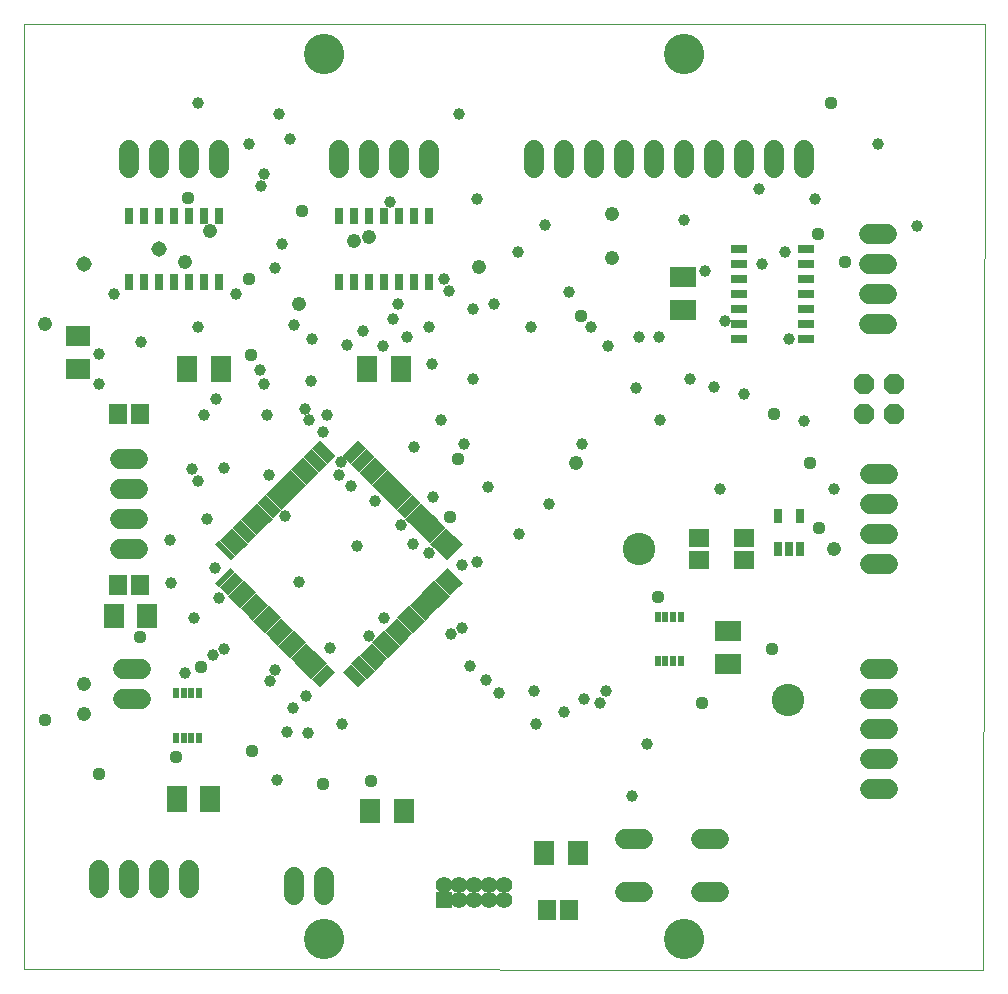
<source format=gts>
G75*
%MOIN*%
%OFA0B0*%
%FSLAX24Y24*%
%IPPOS*%
%LPD*%
%AMOC8*
5,1,8,0,0,1.08239X$1,22.5*
%
%ADD10C,0.0000*%
%ADD11C,0.1340*%
%ADD12C,0.0680*%
%ADD13R,0.0190X0.0740*%
%ADD14R,0.0671X0.0592*%
%ADD15R,0.0552X0.0316*%
%ADD16R,0.0867X0.0710*%
%ADD17R,0.0316X0.0552*%
%ADD18R,0.0710X0.0867*%
%ADD19R,0.0197X0.0364*%
%ADD20R,0.0297X0.0513*%
%ADD21OC8,0.0680*%
%ADD22C,0.1080*%
%ADD23R,0.0556X0.0556*%
%ADD24C,0.0556*%
%ADD25R,0.0710X0.0790*%
%ADD26R,0.0592X0.0671*%
%ADD27R,0.0790X0.0710*%
%ADD28R,0.0592X0.0710*%
%ADD29C,0.0437*%
%ADD30C,0.0390*%
%ADD31C,0.0476*%
%ADD32C,0.0516*%
D10*
X003760Y002393D02*
X003760Y033889D01*
X035780Y033889D01*
X035730Y002343D01*
X003760Y002393D01*
X013130Y003393D02*
X013132Y003443D01*
X013138Y003493D01*
X013148Y003542D01*
X013162Y003590D01*
X013179Y003637D01*
X013200Y003682D01*
X013225Y003726D01*
X013253Y003767D01*
X013285Y003806D01*
X013319Y003843D01*
X013356Y003877D01*
X013396Y003907D01*
X013438Y003934D01*
X013482Y003958D01*
X013528Y003979D01*
X013575Y003995D01*
X013623Y004008D01*
X013673Y004017D01*
X013722Y004022D01*
X013773Y004023D01*
X013823Y004020D01*
X013872Y004013D01*
X013921Y004002D01*
X013969Y003987D01*
X014015Y003969D01*
X014060Y003947D01*
X014103Y003921D01*
X014144Y003892D01*
X014183Y003860D01*
X014219Y003825D01*
X014251Y003787D01*
X014281Y003747D01*
X014308Y003704D01*
X014331Y003660D01*
X014350Y003614D01*
X014366Y003566D01*
X014378Y003517D01*
X014386Y003468D01*
X014390Y003418D01*
X014390Y003368D01*
X014386Y003318D01*
X014378Y003269D01*
X014366Y003220D01*
X014350Y003172D01*
X014331Y003126D01*
X014308Y003082D01*
X014281Y003039D01*
X014251Y002999D01*
X014219Y002961D01*
X014183Y002926D01*
X014144Y002894D01*
X014103Y002865D01*
X014060Y002839D01*
X014015Y002817D01*
X013969Y002799D01*
X013921Y002784D01*
X013872Y002773D01*
X013823Y002766D01*
X013773Y002763D01*
X013722Y002764D01*
X013673Y002769D01*
X013623Y002778D01*
X013575Y002791D01*
X013528Y002807D01*
X013482Y002828D01*
X013438Y002852D01*
X013396Y002879D01*
X013356Y002909D01*
X013319Y002943D01*
X013285Y002980D01*
X013253Y003019D01*
X013225Y003060D01*
X013200Y003104D01*
X013179Y003149D01*
X013162Y003196D01*
X013148Y003244D01*
X013138Y003293D01*
X013132Y003343D01*
X013130Y003393D01*
X025130Y003393D02*
X025132Y003443D01*
X025138Y003493D01*
X025148Y003542D01*
X025162Y003590D01*
X025179Y003637D01*
X025200Y003682D01*
X025225Y003726D01*
X025253Y003767D01*
X025285Y003806D01*
X025319Y003843D01*
X025356Y003877D01*
X025396Y003907D01*
X025438Y003934D01*
X025482Y003958D01*
X025528Y003979D01*
X025575Y003995D01*
X025623Y004008D01*
X025673Y004017D01*
X025722Y004022D01*
X025773Y004023D01*
X025823Y004020D01*
X025872Y004013D01*
X025921Y004002D01*
X025969Y003987D01*
X026015Y003969D01*
X026060Y003947D01*
X026103Y003921D01*
X026144Y003892D01*
X026183Y003860D01*
X026219Y003825D01*
X026251Y003787D01*
X026281Y003747D01*
X026308Y003704D01*
X026331Y003660D01*
X026350Y003614D01*
X026366Y003566D01*
X026378Y003517D01*
X026386Y003468D01*
X026390Y003418D01*
X026390Y003368D01*
X026386Y003318D01*
X026378Y003269D01*
X026366Y003220D01*
X026350Y003172D01*
X026331Y003126D01*
X026308Y003082D01*
X026281Y003039D01*
X026251Y002999D01*
X026219Y002961D01*
X026183Y002926D01*
X026144Y002894D01*
X026103Y002865D01*
X026060Y002839D01*
X026015Y002817D01*
X025969Y002799D01*
X025921Y002784D01*
X025872Y002773D01*
X025823Y002766D01*
X025773Y002763D01*
X025722Y002764D01*
X025673Y002769D01*
X025623Y002778D01*
X025575Y002791D01*
X025528Y002807D01*
X025482Y002828D01*
X025438Y002852D01*
X025396Y002879D01*
X025356Y002909D01*
X025319Y002943D01*
X025285Y002980D01*
X025253Y003019D01*
X025225Y003060D01*
X025200Y003104D01*
X025179Y003149D01*
X025162Y003196D01*
X025148Y003244D01*
X025138Y003293D01*
X025132Y003343D01*
X025130Y003393D01*
X025130Y032893D02*
X025132Y032943D01*
X025138Y032993D01*
X025148Y033042D01*
X025162Y033090D01*
X025179Y033137D01*
X025200Y033182D01*
X025225Y033226D01*
X025253Y033267D01*
X025285Y033306D01*
X025319Y033343D01*
X025356Y033377D01*
X025396Y033407D01*
X025438Y033434D01*
X025482Y033458D01*
X025528Y033479D01*
X025575Y033495D01*
X025623Y033508D01*
X025673Y033517D01*
X025722Y033522D01*
X025773Y033523D01*
X025823Y033520D01*
X025872Y033513D01*
X025921Y033502D01*
X025969Y033487D01*
X026015Y033469D01*
X026060Y033447D01*
X026103Y033421D01*
X026144Y033392D01*
X026183Y033360D01*
X026219Y033325D01*
X026251Y033287D01*
X026281Y033247D01*
X026308Y033204D01*
X026331Y033160D01*
X026350Y033114D01*
X026366Y033066D01*
X026378Y033017D01*
X026386Y032968D01*
X026390Y032918D01*
X026390Y032868D01*
X026386Y032818D01*
X026378Y032769D01*
X026366Y032720D01*
X026350Y032672D01*
X026331Y032626D01*
X026308Y032582D01*
X026281Y032539D01*
X026251Y032499D01*
X026219Y032461D01*
X026183Y032426D01*
X026144Y032394D01*
X026103Y032365D01*
X026060Y032339D01*
X026015Y032317D01*
X025969Y032299D01*
X025921Y032284D01*
X025872Y032273D01*
X025823Y032266D01*
X025773Y032263D01*
X025722Y032264D01*
X025673Y032269D01*
X025623Y032278D01*
X025575Y032291D01*
X025528Y032307D01*
X025482Y032328D01*
X025438Y032352D01*
X025396Y032379D01*
X025356Y032409D01*
X025319Y032443D01*
X025285Y032480D01*
X025253Y032519D01*
X025225Y032560D01*
X025200Y032604D01*
X025179Y032649D01*
X025162Y032696D01*
X025148Y032744D01*
X025138Y032793D01*
X025132Y032843D01*
X025130Y032893D01*
X013130Y032893D02*
X013132Y032943D01*
X013138Y032993D01*
X013148Y033042D01*
X013162Y033090D01*
X013179Y033137D01*
X013200Y033182D01*
X013225Y033226D01*
X013253Y033267D01*
X013285Y033306D01*
X013319Y033343D01*
X013356Y033377D01*
X013396Y033407D01*
X013438Y033434D01*
X013482Y033458D01*
X013528Y033479D01*
X013575Y033495D01*
X013623Y033508D01*
X013673Y033517D01*
X013722Y033522D01*
X013773Y033523D01*
X013823Y033520D01*
X013872Y033513D01*
X013921Y033502D01*
X013969Y033487D01*
X014015Y033469D01*
X014060Y033447D01*
X014103Y033421D01*
X014144Y033392D01*
X014183Y033360D01*
X014219Y033325D01*
X014251Y033287D01*
X014281Y033247D01*
X014308Y033204D01*
X014331Y033160D01*
X014350Y033114D01*
X014366Y033066D01*
X014378Y033017D01*
X014386Y032968D01*
X014390Y032918D01*
X014390Y032868D01*
X014386Y032818D01*
X014378Y032769D01*
X014366Y032720D01*
X014350Y032672D01*
X014331Y032626D01*
X014308Y032582D01*
X014281Y032539D01*
X014251Y032499D01*
X014219Y032461D01*
X014183Y032426D01*
X014144Y032394D01*
X014103Y032365D01*
X014060Y032339D01*
X014015Y032317D01*
X013969Y032299D01*
X013921Y032284D01*
X013872Y032273D01*
X013823Y032266D01*
X013773Y032263D01*
X013722Y032264D01*
X013673Y032269D01*
X013623Y032278D01*
X013575Y032291D01*
X013528Y032307D01*
X013482Y032328D01*
X013438Y032352D01*
X013396Y032379D01*
X013356Y032409D01*
X013319Y032443D01*
X013285Y032480D01*
X013253Y032519D01*
X013225Y032560D01*
X013200Y032604D01*
X013179Y032649D01*
X013162Y032696D01*
X013148Y032744D01*
X013138Y032793D01*
X013132Y032843D01*
X013130Y032893D01*
D11*
X013760Y032893D03*
X025760Y032893D03*
X025760Y003393D03*
X013760Y003393D03*
D12*
X013760Y004843D02*
X013760Y005443D01*
X012760Y005443D02*
X012760Y004843D01*
X009260Y005093D02*
X009260Y005693D01*
X008260Y005693D02*
X008260Y005093D01*
X007260Y005093D02*
X007260Y005693D01*
X006260Y005693D02*
X006260Y005093D01*
X007060Y011393D02*
X007660Y011393D01*
X007660Y012393D02*
X007060Y012393D01*
X006960Y016393D02*
X007560Y016393D01*
X007560Y017393D02*
X006960Y017393D01*
X006960Y018393D02*
X007560Y018393D01*
X007560Y019393D02*
X006960Y019393D01*
X007260Y029093D02*
X007260Y029693D01*
X008260Y029693D02*
X008260Y029093D01*
X009260Y029093D02*
X009260Y029693D01*
X010260Y029693D02*
X010260Y029093D01*
X014260Y029093D02*
X014260Y029693D01*
X015260Y029693D02*
X015260Y029093D01*
X016260Y029093D02*
X016260Y029693D01*
X017260Y029693D02*
X017260Y029093D01*
X020760Y029093D02*
X020760Y029693D01*
X021760Y029693D02*
X021760Y029093D01*
X022760Y029093D02*
X022760Y029693D01*
X023760Y029693D02*
X023760Y029093D01*
X024760Y029093D02*
X024760Y029693D01*
X025760Y029693D02*
X025760Y029093D01*
X026760Y029093D02*
X026760Y029693D01*
X027760Y029693D02*
X027760Y029093D01*
X028760Y029093D02*
X028760Y029693D01*
X029760Y029693D02*
X029760Y029093D01*
X031910Y026893D02*
X032510Y026893D01*
X032510Y025893D02*
X031910Y025893D01*
X031910Y024893D02*
X032510Y024893D01*
X032510Y023893D02*
X031910Y023893D01*
X031960Y018893D02*
X032560Y018893D01*
X032560Y017893D02*
X031960Y017893D01*
X031960Y016893D02*
X032560Y016893D01*
X032560Y015893D02*
X031960Y015893D01*
X031960Y012393D02*
X032560Y012393D01*
X032560Y011393D02*
X031960Y011393D01*
X031960Y010393D02*
X032560Y010393D01*
X032560Y009393D02*
X031960Y009393D01*
X031960Y008393D02*
X032560Y008393D01*
X026940Y006733D02*
X026340Y006733D01*
X026340Y004953D02*
X026940Y004953D01*
X024380Y004953D02*
X023780Y004953D01*
X023780Y006733D02*
X024380Y006733D01*
D13*
G36*
X017126Y013995D02*
X016992Y013861D01*
X016470Y014383D01*
X016604Y014517D01*
X017126Y013995D01*
G37*
G36*
X017267Y014137D02*
X017133Y014003D01*
X016611Y014525D01*
X016745Y014659D01*
X017267Y014137D01*
G37*
G36*
X017402Y014271D02*
X017268Y014137D01*
X016746Y014659D01*
X016880Y014793D01*
X017402Y014271D01*
G37*
G36*
X017543Y014412D02*
X017409Y014278D01*
X016887Y014800D01*
X017021Y014934D01*
X017543Y014412D01*
G37*
G36*
X017685Y014554D02*
X017551Y014420D01*
X017029Y014942D01*
X017163Y015076D01*
X017685Y014554D01*
G37*
G36*
X017819Y014688D02*
X017685Y014554D01*
X017163Y015076D01*
X017297Y015210D01*
X017819Y014688D01*
G37*
G36*
X017960Y014830D02*
X017826Y014696D01*
X017304Y015218D01*
X017438Y015352D01*
X017960Y014830D01*
G37*
G36*
X018102Y014971D02*
X017968Y014837D01*
X017446Y015359D01*
X017580Y015493D01*
X018102Y014971D01*
G37*
G36*
X018243Y015112D02*
X018109Y014978D01*
X017587Y015500D01*
X017721Y015634D01*
X018243Y015112D01*
G37*
G36*
X018378Y015247D02*
X018244Y015113D01*
X017722Y015635D01*
X017856Y015769D01*
X018378Y015247D01*
G37*
G36*
X018244Y016674D02*
X018378Y016540D01*
X017856Y016018D01*
X017722Y016152D01*
X018244Y016674D01*
G37*
G36*
X018109Y016808D02*
X018243Y016674D01*
X017721Y016152D01*
X017587Y016286D01*
X018109Y016808D01*
G37*
G36*
X017968Y016950D02*
X018102Y016816D01*
X017580Y016294D01*
X017446Y016428D01*
X017968Y016950D01*
G37*
G36*
X017826Y017091D02*
X017960Y016957D01*
X017438Y016435D01*
X017304Y016569D01*
X017826Y017091D01*
G37*
G36*
X017685Y017232D02*
X017819Y017098D01*
X017297Y016576D01*
X017163Y016710D01*
X017685Y017232D01*
G37*
G36*
X017551Y017367D02*
X017685Y017233D01*
X017163Y016711D01*
X017029Y016845D01*
X017551Y017367D01*
G37*
G36*
X017409Y017508D02*
X017543Y017374D01*
X017021Y016852D01*
X016887Y016986D01*
X017409Y017508D01*
G37*
G36*
X017268Y017650D02*
X017402Y017516D01*
X016880Y016994D01*
X016746Y017128D01*
X017268Y017650D01*
G37*
G36*
X017133Y017784D02*
X017267Y017650D01*
X016745Y017128D01*
X016611Y017262D01*
X017133Y017784D01*
G37*
G36*
X016992Y017925D02*
X017126Y017791D01*
X016604Y017269D01*
X016470Y017403D01*
X016992Y017925D01*
G37*
G36*
X016851Y018067D02*
X016985Y017933D01*
X016463Y017411D01*
X016329Y017545D01*
X016851Y018067D01*
G37*
G36*
X016716Y018201D02*
X016850Y018067D01*
X016328Y017545D01*
X016194Y017679D01*
X016716Y018201D01*
G37*
G36*
X016575Y018343D02*
X016709Y018209D01*
X016187Y017687D01*
X016053Y017821D01*
X016575Y018343D01*
G37*
G36*
X016433Y018484D02*
X016567Y018350D01*
X016045Y017828D01*
X015911Y017962D01*
X016433Y018484D01*
G37*
G36*
X016299Y018618D02*
X016433Y018484D01*
X015911Y017962D01*
X015777Y018096D01*
X016299Y018618D01*
G37*
G36*
X016158Y018760D02*
X016292Y018626D01*
X015770Y018104D01*
X015636Y018238D01*
X016158Y018760D01*
G37*
G36*
X016016Y018901D02*
X016150Y018767D01*
X015628Y018245D01*
X015494Y018379D01*
X016016Y018901D01*
G37*
G36*
X015882Y019036D02*
X016016Y018902D01*
X015494Y018380D01*
X015360Y018514D01*
X015882Y019036D01*
G37*
G36*
X015740Y019177D02*
X015874Y019043D01*
X015352Y018521D01*
X015218Y018655D01*
X015740Y019177D01*
G37*
G36*
X015599Y019318D02*
X015733Y019184D01*
X015211Y018662D01*
X015077Y018796D01*
X015599Y019318D01*
G37*
G36*
X015465Y019453D02*
X015599Y019319D01*
X015077Y018797D01*
X014943Y018931D01*
X015465Y019453D01*
G37*
G36*
X015323Y019594D02*
X015457Y019460D01*
X014935Y018938D01*
X014801Y019072D01*
X015323Y019594D01*
G37*
G36*
X015182Y019736D02*
X015316Y019602D01*
X014794Y019080D01*
X014660Y019214D01*
X015182Y019736D01*
G37*
G36*
X015040Y019877D02*
X015174Y019743D01*
X014652Y019221D01*
X014518Y019355D01*
X015040Y019877D01*
G37*
G36*
X014906Y020011D02*
X015040Y019877D01*
X014518Y019355D01*
X014384Y019489D01*
X014906Y020011D01*
G37*
G36*
X014135Y019489D02*
X014001Y019355D01*
X013479Y019877D01*
X013613Y020011D01*
X014135Y019489D01*
G37*
G36*
X014001Y019355D02*
X013867Y019221D01*
X013345Y019743D01*
X013479Y019877D01*
X014001Y019355D01*
G37*
G36*
X013859Y019214D02*
X013725Y019080D01*
X013203Y019602D01*
X013337Y019736D01*
X013859Y019214D01*
G37*
G36*
X013718Y019072D02*
X013584Y018938D01*
X013062Y019460D01*
X013196Y019594D01*
X013718Y019072D01*
G37*
G36*
X013576Y018931D02*
X013442Y018797D01*
X012920Y019319D01*
X013054Y019453D01*
X013576Y018931D01*
G37*
G36*
X013442Y018796D02*
X013308Y018662D01*
X012786Y019184D01*
X012920Y019318D01*
X013442Y018796D01*
G37*
G36*
X013301Y018655D02*
X013167Y018521D01*
X012645Y019043D01*
X012779Y019177D01*
X013301Y018655D01*
G37*
G36*
X013159Y018514D02*
X013025Y018380D01*
X012503Y018902D01*
X012637Y019036D01*
X013159Y018514D01*
G37*
G36*
X013025Y018379D02*
X012891Y018245D01*
X012369Y018767D01*
X012503Y018901D01*
X013025Y018379D01*
G37*
G36*
X012883Y018238D02*
X012749Y018104D01*
X012227Y018626D01*
X012361Y018760D01*
X012883Y018238D01*
G37*
G36*
X012742Y018096D02*
X012608Y017962D01*
X012086Y018484D01*
X012220Y018618D01*
X012742Y018096D01*
G37*
G36*
X012608Y017962D02*
X012474Y017828D01*
X011952Y018350D01*
X012086Y018484D01*
X012608Y017962D01*
G37*
G36*
X012466Y017821D02*
X012332Y017687D01*
X011810Y018209D01*
X011944Y018343D01*
X012466Y017821D01*
G37*
G36*
X012325Y017679D02*
X012191Y017545D01*
X011669Y018067D01*
X011803Y018201D01*
X012325Y017679D01*
G37*
G36*
X012190Y017545D02*
X012056Y017411D01*
X011534Y017933D01*
X011668Y018067D01*
X012190Y017545D01*
G37*
G36*
X012049Y017403D02*
X011915Y017269D01*
X011393Y017791D01*
X011527Y017925D01*
X012049Y017403D01*
G37*
G36*
X011908Y017262D02*
X011774Y017128D01*
X011252Y017650D01*
X011386Y017784D01*
X011908Y017262D01*
G37*
G36*
X011773Y017128D02*
X011639Y016994D01*
X011117Y017516D01*
X011251Y017650D01*
X011773Y017128D01*
G37*
G36*
X011632Y016986D02*
X011498Y016852D01*
X010976Y017374D01*
X011110Y017508D01*
X011632Y016986D01*
G37*
G36*
X011490Y016845D02*
X011356Y016711D01*
X010834Y017233D01*
X010968Y017367D01*
X011490Y016845D01*
G37*
G36*
X011356Y016710D02*
X011222Y016576D01*
X010700Y017098D01*
X010834Y017232D01*
X011356Y016710D01*
G37*
G36*
X011215Y016569D02*
X011081Y016435D01*
X010559Y016957D01*
X010693Y017091D01*
X011215Y016569D01*
G37*
G36*
X011073Y016428D02*
X010939Y016294D01*
X010417Y016816D01*
X010551Y016950D01*
X011073Y016428D01*
G37*
G36*
X010932Y016286D02*
X010798Y016152D01*
X010276Y016674D01*
X010410Y016808D01*
X010932Y016286D01*
G37*
G36*
X010797Y016152D02*
X010663Y016018D01*
X010141Y016540D01*
X010275Y016674D01*
X010797Y016152D01*
G37*
G36*
X010663Y015769D02*
X010797Y015635D01*
X010275Y015113D01*
X010141Y015247D01*
X010663Y015769D01*
G37*
G36*
X010798Y015634D02*
X010932Y015500D01*
X010410Y014978D01*
X010276Y015112D01*
X010798Y015634D01*
G37*
G36*
X010939Y015493D02*
X011073Y015359D01*
X010551Y014837D01*
X010417Y014971D01*
X010939Y015493D01*
G37*
G36*
X011081Y015352D02*
X011215Y015218D01*
X010693Y014696D01*
X010559Y014830D01*
X011081Y015352D01*
G37*
G36*
X011222Y015210D02*
X011356Y015076D01*
X010834Y014554D01*
X010700Y014688D01*
X011222Y015210D01*
G37*
G36*
X011356Y015076D02*
X011490Y014942D01*
X010968Y014420D01*
X010834Y014554D01*
X011356Y015076D01*
G37*
G36*
X011498Y014934D02*
X011632Y014800D01*
X011110Y014278D01*
X010976Y014412D01*
X011498Y014934D01*
G37*
G36*
X011639Y014793D02*
X011773Y014659D01*
X011251Y014137D01*
X011117Y014271D01*
X011639Y014793D01*
G37*
G36*
X011774Y014659D02*
X011908Y014525D01*
X011386Y014003D01*
X011252Y014137D01*
X011774Y014659D01*
G37*
G36*
X011915Y014517D02*
X012049Y014383D01*
X011527Y013861D01*
X011393Y013995D01*
X011915Y014517D01*
G37*
G36*
X012056Y014376D02*
X012190Y014242D01*
X011668Y013720D01*
X011534Y013854D01*
X012056Y014376D01*
G37*
G36*
X012191Y014241D02*
X012325Y014107D01*
X011803Y013585D01*
X011669Y013719D01*
X012191Y014241D01*
G37*
G36*
X012332Y014100D02*
X012466Y013966D01*
X011944Y013444D01*
X011810Y013578D01*
X012332Y014100D01*
G37*
G36*
X012474Y013959D02*
X012608Y013825D01*
X012086Y013303D01*
X011952Y013437D01*
X012474Y013959D01*
G37*
G36*
X012608Y013824D02*
X012742Y013690D01*
X012220Y013168D01*
X012086Y013302D01*
X012608Y013824D01*
G37*
G36*
X012749Y013683D02*
X012883Y013549D01*
X012361Y013027D01*
X012227Y013161D01*
X012749Y013683D01*
G37*
G36*
X012891Y013541D02*
X013025Y013407D01*
X012503Y012885D01*
X012369Y013019D01*
X012891Y013541D01*
G37*
G36*
X013025Y013407D02*
X013159Y013273D01*
X012637Y012751D01*
X012503Y012885D01*
X013025Y013407D01*
G37*
G36*
X013167Y013266D02*
X013301Y013132D01*
X012779Y012610D01*
X012645Y012744D01*
X013167Y013266D01*
G37*
G36*
X013308Y013124D02*
X013442Y012990D01*
X012920Y012468D01*
X012786Y012602D01*
X013308Y013124D01*
G37*
G36*
X013442Y012990D02*
X013576Y012856D01*
X013054Y012334D01*
X012920Y012468D01*
X013442Y012990D01*
G37*
G36*
X013584Y012848D02*
X013718Y012714D01*
X013196Y012192D01*
X013062Y012326D01*
X013584Y012848D01*
G37*
G36*
X013725Y012707D02*
X013859Y012573D01*
X013337Y012051D01*
X013203Y012185D01*
X013725Y012707D01*
G37*
G36*
X013867Y012566D02*
X014001Y012432D01*
X013479Y011910D01*
X013345Y012044D01*
X013867Y012566D01*
G37*
G36*
X014001Y012431D02*
X014135Y012297D01*
X013613Y011775D01*
X013479Y011909D01*
X014001Y012431D01*
G37*
G36*
X015040Y011909D02*
X014906Y011775D01*
X014384Y012297D01*
X014518Y012431D01*
X015040Y011909D01*
G37*
G36*
X015174Y012044D02*
X015040Y011910D01*
X014518Y012432D01*
X014652Y012566D01*
X015174Y012044D01*
G37*
G36*
X015316Y012185D02*
X015182Y012051D01*
X014660Y012573D01*
X014794Y012707D01*
X015316Y012185D01*
G37*
G36*
X015457Y012326D02*
X015323Y012192D01*
X014801Y012714D01*
X014935Y012848D01*
X015457Y012326D01*
G37*
G36*
X015599Y012468D02*
X015465Y012334D01*
X014943Y012856D01*
X015077Y012990D01*
X015599Y012468D01*
G37*
G36*
X015733Y012602D02*
X015599Y012468D01*
X015077Y012990D01*
X015211Y013124D01*
X015733Y012602D01*
G37*
G36*
X015874Y012744D02*
X015740Y012610D01*
X015218Y013132D01*
X015352Y013266D01*
X015874Y012744D01*
G37*
G36*
X016016Y012885D02*
X015882Y012751D01*
X015360Y013273D01*
X015494Y013407D01*
X016016Y012885D01*
G37*
G36*
X016150Y013019D02*
X016016Y012885D01*
X015494Y013407D01*
X015628Y013541D01*
X016150Y013019D01*
G37*
G36*
X016292Y013161D02*
X016158Y013027D01*
X015636Y013549D01*
X015770Y013683D01*
X016292Y013161D01*
G37*
G36*
X016433Y013302D02*
X016299Y013168D01*
X015777Y013690D01*
X015911Y013824D01*
X016433Y013302D01*
G37*
G36*
X016567Y013437D02*
X016433Y013303D01*
X015911Y013825D01*
X016045Y013959D01*
X016567Y013437D01*
G37*
G36*
X016709Y013578D02*
X016575Y013444D01*
X016053Y013966D01*
X016187Y014100D01*
X016709Y013578D01*
G37*
G36*
X016850Y013719D02*
X016716Y013585D01*
X016194Y014107D01*
X016328Y014241D01*
X016850Y013719D01*
G37*
G36*
X016985Y013854D02*
X016851Y013720D01*
X016329Y014242D01*
X016463Y014376D01*
X016985Y013854D01*
G37*
D14*
X026260Y016019D03*
X026260Y016767D03*
X027760Y016767D03*
X027760Y016019D03*
D15*
X027607Y023393D03*
X027607Y023893D03*
X027607Y024393D03*
X027607Y024893D03*
X027607Y025393D03*
X027607Y025893D03*
X027607Y026393D03*
X029812Y026393D03*
X029812Y025893D03*
X029812Y025393D03*
X029812Y024893D03*
X029812Y024393D03*
X029812Y023893D03*
X029812Y023393D03*
D16*
X025710Y024342D03*
X025710Y025444D03*
X027210Y013644D03*
X027210Y012542D03*
D17*
X017260Y025291D03*
X016760Y025291D03*
X016260Y025291D03*
X015760Y025291D03*
X015260Y025291D03*
X014760Y025291D03*
X014260Y025291D03*
X014260Y027496D03*
X014760Y027496D03*
X015260Y027496D03*
X015760Y027496D03*
X016260Y027496D03*
X016760Y027496D03*
X017260Y027496D03*
X010260Y027496D03*
X009760Y027496D03*
X009260Y027496D03*
X008760Y027496D03*
X008260Y027496D03*
X007760Y027496D03*
X007260Y027496D03*
X007260Y025291D03*
X007760Y025291D03*
X008260Y025291D03*
X008760Y025291D03*
X009260Y025291D03*
X009760Y025291D03*
X010260Y025291D03*
D18*
X010311Y022393D03*
X009208Y022393D03*
X015208Y022393D03*
X016311Y022393D03*
X009961Y008043D03*
X008858Y008043D03*
D19*
X008826Y010100D03*
X009082Y010100D03*
X009337Y010100D03*
X009593Y010100D03*
X009593Y011586D03*
X009337Y011586D03*
X009082Y011586D03*
X008826Y011586D03*
X024876Y012650D03*
X025132Y012650D03*
X025387Y012650D03*
X025643Y012650D03*
X025643Y014136D03*
X025387Y014136D03*
X025132Y014136D03*
X024876Y014136D03*
D20*
X028885Y016381D03*
X029260Y016381D03*
X029634Y016381D03*
X029634Y017484D03*
X028885Y017484D03*
D21*
X031760Y020893D03*
X032760Y020893D03*
X032760Y021893D03*
X031760Y021893D03*
D22*
X024260Y016393D03*
X029210Y011343D03*
D23*
X017760Y004693D03*
D24*
X018260Y004693D03*
X018760Y004693D03*
X019260Y004693D03*
X019760Y004693D03*
X019760Y005193D03*
X019260Y005193D03*
X018760Y005193D03*
X018260Y005193D03*
X017760Y005193D03*
D25*
X016419Y007643D03*
X015300Y007643D03*
X021100Y006243D03*
X022219Y006243D03*
X007869Y014143D03*
X006750Y014143D03*
D26*
X021185Y004343D03*
X021934Y004343D03*
D27*
X005560Y022383D03*
X005560Y023503D03*
D28*
X006885Y020893D03*
X007634Y020893D03*
X007634Y015193D03*
X006885Y015193D03*
D29*
X007610Y013443D03*
X009660Y012443D03*
X011360Y009643D03*
X013710Y008543D03*
X015310Y008643D03*
X008810Y009443D03*
X006260Y008893D03*
X004460Y010693D03*
X011310Y022843D03*
X011260Y025393D03*
X013010Y027643D03*
X009210Y028093D03*
X018210Y019393D03*
X017960Y017443D03*
X024880Y014793D03*
X026360Y011243D03*
X028680Y013053D03*
X030260Y017093D03*
X029960Y019243D03*
X028760Y020893D03*
X031110Y025943D03*
X030210Y026893D03*
X030660Y031243D03*
X022310Y024143D03*
D30*
X022660Y023793D03*
X023210Y023143D03*
X024260Y023443D03*
X024910Y023443D03*
X025960Y022043D03*
X026760Y021793D03*
X027760Y021543D03*
X029260Y023393D03*
X027110Y023993D03*
X026460Y025643D03*
X025760Y027343D03*
X028260Y028393D03*
X030110Y028043D03*
X029110Y026293D03*
X028360Y025893D03*
X032210Y029893D03*
X033510Y027143D03*
X029760Y020643D03*
X030760Y018393D03*
X026960Y018393D03*
X024960Y020693D03*
X024160Y021743D03*
X022360Y019893D03*
X021260Y017893D03*
X020260Y016893D03*
X018860Y015943D03*
X018360Y015843D03*
X017260Y016243D03*
X016710Y016543D03*
X016310Y017193D03*
X015460Y017993D03*
X014660Y018493D03*
X014260Y018843D03*
X014310Y019293D03*
X013710Y020293D03*
X013260Y020693D03*
X013110Y021043D03*
X013860Y020843D03*
X013310Y021993D03*
X013360Y023393D03*
X012760Y023843D03*
X014510Y023193D03*
X015060Y023643D03*
X015710Y023143D03*
X016510Y023443D03*
X016060Y024043D03*
X016210Y024543D03*
X017260Y023793D03*
X017360Y022543D03*
X018710Y022043D03*
X017660Y020693D03*
X018410Y019893D03*
X016760Y019793D03*
X017392Y018111D03*
X019210Y018443D03*
X014860Y016493D03*
X012910Y015293D03*
X013960Y013093D03*
X015260Y013493D03*
X015760Y014093D03*
X017980Y013553D03*
X018360Y013753D03*
X018630Y012493D03*
X019160Y012023D03*
X019580Y011593D03*
X020770Y011653D03*
X021760Y010943D03*
X022410Y011393D03*
X022960Y011243D03*
X023160Y011643D03*
X024510Y009893D03*
X024010Y008143D03*
X020810Y010543D03*
X014360Y010543D03*
X013210Y010243D03*
X012510Y010283D03*
X012710Y011093D03*
X013160Y011493D03*
X012110Y012343D03*
X011960Y011993D03*
X010410Y013043D03*
X010060Y012843D03*
X009110Y012243D03*
X009410Y014093D03*
X010270Y014743D03*
X010110Y015743D03*
X008660Y015243D03*
X008610Y016693D03*
X009860Y017393D03*
X009560Y018643D03*
X009360Y019043D03*
X010410Y019093D03*
X011910Y018843D03*
X012460Y017493D03*
X011860Y020843D03*
X011760Y021893D03*
X011610Y022343D03*
X010160Y021393D03*
X009760Y020843D03*
X007660Y023293D03*
X006260Y022893D03*
X006260Y021893D03*
X006760Y024893D03*
X009560Y023793D03*
X010810Y024893D03*
X012110Y025743D03*
X012360Y026543D03*
X011660Y028493D03*
X011760Y028893D03*
X011260Y029893D03*
X012610Y030043D03*
X012260Y030893D03*
X009560Y031243D03*
X015960Y027943D03*
X018860Y028043D03*
X020210Y026293D03*
X021110Y027193D03*
X021910Y024943D03*
X020660Y023793D03*
X019410Y024543D03*
X018710Y024393D03*
X017910Y024993D03*
X017760Y025393D03*
X018260Y030893D03*
X012200Y008693D03*
D31*
X005760Y010893D03*
X005760Y011893D03*
X004460Y023893D03*
X009110Y025943D03*
X009960Y026993D03*
X012910Y024543D03*
X014760Y026643D03*
X015260Y026793D03*
X018910Y025793D03*
X023360Y026093D03*
X023360Y027543D03*
X022160Y019243D03*
X030760Y016393D03*
D32*
X008260Y026393D03*
X005760Y025893D03*
M02*

</source>
